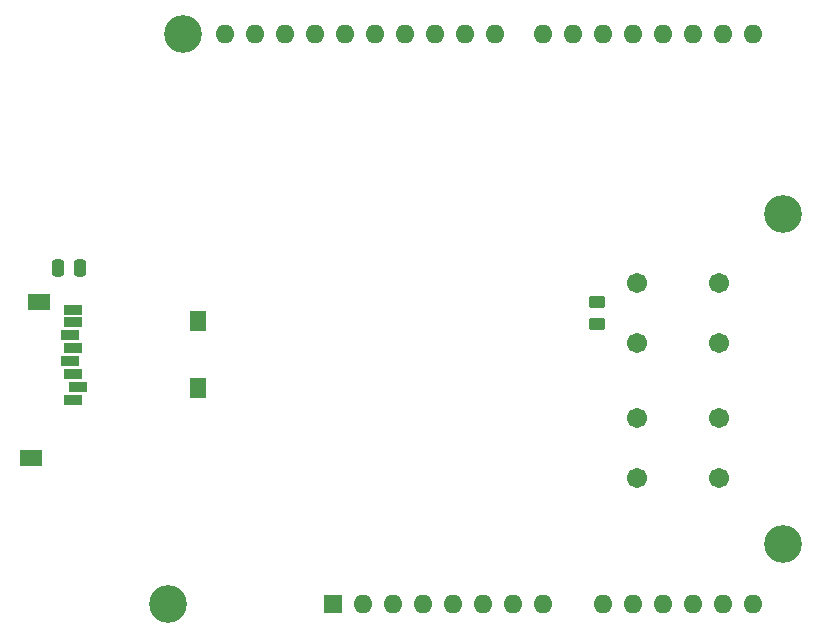
<source format=gbr>
G04 #@! TF.GenerationSoftware,KiCad,Pcbnew,6.0.2+dfsg-1*
G04 #@! TF.CreationDate,2024-02-20T11:24:07-07:00*
G04 #@! TF.ProjectId,battery_load_tester,62617474-6572-4795-9f6c-6f61645f7465,rev?*
G04 #@! TF.SameCoordinates,Original*
G04 #@! TF.FileFunction,Soldermask,Top*
G04 #@! TF.FilePolarity,Negative*
%FSLAX46Y46*%
G04 Gerber Fmt 4.6, Leading zero omitted, Abs format (unit mm)*
G04 Created by KiCad (PCBNEW 6.0.2+dfsg-1) date 2024-02-20 11:24:07*
%MOMM*%
%LPD*%
G01*
G04 APERTURE LIST*
G04 Aperture macros list*
%AMRoundRect*
0 Rectangle with rounded corners*
0 $1 Rounding radius*
0 $2 $3 $4 $5 $6 $7 $8 $9 X,Y pos of 4 corners*
0 Add a 4 corners polygon primitive as box body*
4,1,4,$2,$3,$4,$5,$6,$7,$8,$9,$2,$3,0*
0 Add four circle primitives for the rounded corners*
1,1,$1+$1,$2,$3*
1,1,$1+$1,$4,$5*
1,1,$1+$1,$6,$7*
1,1,$1+$1,$8,$9*
0 Add four rect primitives between the rounded corners*
20,1,$1+$1,$2,$3,$4,$5,0*
20,1,$1+$1,$4,$5,$6,$7,0*
20,1,$1+$1,$6,$7,$8,$9,0*
20,1,$1+$1,$8,$9,$2,$3,0*%
G04 Aperture macros list end*
%ADD10R,1.498600X0.812800*%
%ADD11R,1.905000X1.397000*%
%ADD12R,1.397000X1.803400*%
%ADD13RoundRect,0.250000X0.250000X0.475000X-0.250000X0.475000X-0.250000X-0.475000X0.250000X-0.475000X0*%
%ADD14RoundRect,0.250000X0.450000X-0.262500X0.450000X0.262500X-0.450000X0.262500X-0.450000X-0.262500X0*%
%ADD15C,1.707896*%
%ADD16C,3.200000*%
%ADD17R,1.600000X1.600000*%
%ADD18O,1.600000X1.600000*%
G04 APERTURE END LIST*
D10*
X117396227Y-89402028D03*
X117802627Y-88309828D03*
X117396227Y-87217628D03*
X117193027Y-86125428D03*
X117396227Y-85033228D03*
X117193027Y-83941028D03*
X117396227Y-82848828D03*
X117396227Y-81756628D03*
D11*
X113847400Y-94322900D03*
X114568717Y-81079258D03*
D12*
X128033300Y-88404700D03*
X128033300Y-82689700D03*
D13*
X116144000Y-78232000D03*
X118044000Y-78232000D03*
D14*
X161798000Y-82954500D03*
X161798000Y-81129500D03*
D15*
X165134900Y-95986601D03*
X172134901Y-95986601D03*
X165134900Y-90906601D03*
X172134901Y-90906601D03*
X165134900Y-84556601D03*
X172134901Y-84556601D03*
X165134900Y-79476601D03*
X172134901Y-79476601D03*
D16*
X126746000Y-58420000D03*
X177546000Y-73660000D03*
X177546000Y-101600000D03*
X125476000Y-106680000D03*
D17*
X139446000Y-106680000D03*
D18*
X141986000Y-106680000D03*
X144526000Y-106680000D03*
X147066000Y-106680000D03*
X149606000Y-106680000D03*
X152146000Y-106680000D03*
X154686000Y-106680000D03*
X157226000Y-106680000D03*
X162306000Y-106680000D03*
X164846000Y-106680000D03*
X167386000Y-106680000D03*
X169926000Y-106680000D03*
X172466000Y-106680000D03*
X175006000Y-106680000D03*
X175006000Y-58420000D03*
X172466000Y-58420000D03*
X169926000Y-58420000D03*
X167386000Y-58420000D03*
X164846000Y-58420000D03*
X162306000Y-58420000D03*
X159766000Y-58420000D03*
X157226000Y-58420000D03*
X153166000Y-58420000D03*
X150626000Y-58420000D03*
X148086000Y-58420000D03*
X145546000Y-58420000D03*
X143006000Y-58420000D03*
X140466000Y-58420000D03*
X137926000Y-58420000D03*
X135386000Y-58420000D03*
X132846000Y-58420000D03*
X130306000Y-58420000D03*
M02*

</source>
